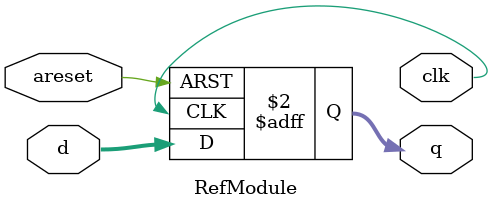
<source format=sv>

module RefModule (
  output clk,
  input [7:0] d,
  input areset,
  output reg [7:0] q
);

  always @(posedge clk, posedge areset)
    if (areset)
      q <= 0;
    else
      q <= d;

endmodule


</source>
